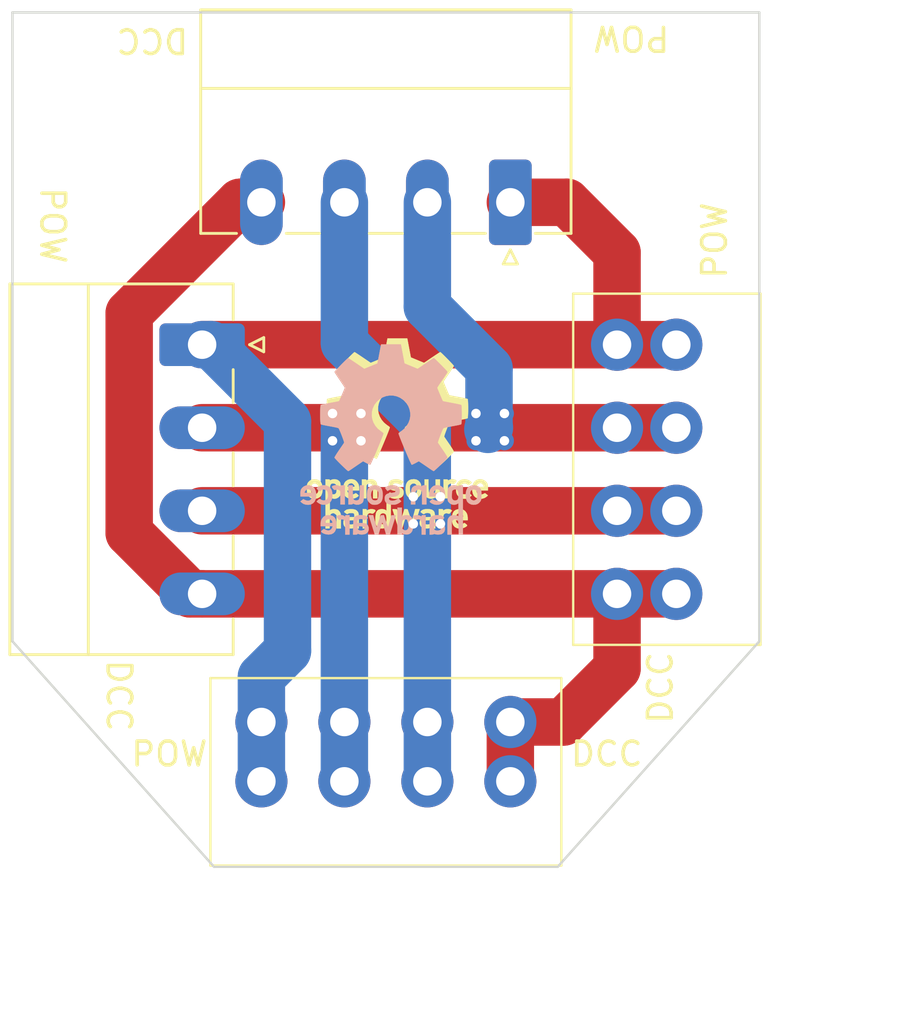
<source format=kicad_pcb>
(kicad_pcb (version 20240108) (generator "pcbnew") (generator_version "8.0")
  (layers (0 "F.Cu" signal) (31 "B.Cu" signal) (34 "B.Paste" user) (35 "F.Paste" user) (36 "B.SilkS" user "B.Silkscreen") (37 "F.SilkS" user "F.Silkscreen") (38 "B.Mask" user) (39 "F.Mask" user) (44 "Edge.Cuts" user))
  (net 0 "")
  (net 1 "Net-(J101-Pin_4)")
  (net 2 "Net-(J101-Pin_1)")
  (net 3 "Net-(J101-Pin_3)")
  (net 4 "Net-(J101-Pin_2)")
  (footprint "Connector_Phoenix_MC:PhoenixContact_MC_1,5_4-G-3.5_1x04_P3.50mm_Horizontal" (layer "F.Cu") (at 157 114.5 -90)
    (property "Reference" "J101" (hide yes))
    (property "Value" "FEMALE")
    (pad "1" thru_hole roundrect (at 0 0 270) (size 1.8 3.6) (drill 1.2) (layers "*.Cu" "*.Mask") (roundrect_rratio 0.138889) (net 2 "Net-(J101-Pin_1)"))
    (pad "2" thru_hole oval (at 3.5 0 270) (size 1.8 3.6) (drill 1.2) (layers "*.Cu" "*.Mask") (net 4 "Net-(J101-Pin_2)"))
    (pad "3" thru_hole oval (at 7 0 270) (size 1.8 3.6) (drill 1.2) (layers "*.Cu" "*.Mask") (net 3 "Net-(J101-Pin_3)"))
    (pad "4" thru_hole oval (at 10.5 0 270) (size 1.8 3.6) (drill 1.2) (layers "*.Cu" "*.Mask") (net 1 "Net-(J101-Pin_4)"))
  )
  (footprint "Symbol:OSHW-Logo_7.5x8mm_SilkScreen" (layer "F.Cu") (at 165.227 118.237)
    (property "Reference" "REF**" (hide yes))
    (property "Value" "OSHW-Logo_7.5x8mm_SilkScreen" (hide yes))
  )
  (footprint "custom_kicad_lib_sk:connector_3.50mm_4P horizontal_MALE" (layer "F.Cu") (at 164.75 130.4)
    (property "Reference" "J103" (hide yes))
    (property "Value" "MALE" (hide yes))
    (pad "1" thru_hole circle (at -5.25 0) (size 2.2 2.2) (drill 1.2) (layers "*.Cu" "*.Mask") (net 2 "Net-(J101-Pin_1)"))
    (pad "1" thru_hole circle (at -5.25 2.5) (size 2.2 2.2) (drill 1.2) (layers "*.Cu" "*.Mask") (net 2 "Net-(J101-Pin_1)"))
    (pad "2" thru_hole circle (at -1.75 0) (size 2.2 2.2) (drill 1.2) (layers "*.Cu" "*.Mask") (net 4 "Net-(J101-Pin_2)"))
    (pad "2" thru_hole circle (at -1.75 2.5) (size 2.2 2.2) (drill 1.2) (layers "*.Cu" "*.Mask") (net 4 "Net-(J101-Pin_2)"))
    (pad "3" thru_hole circle (at 1.75 0) (size 2.2 2.2) (drill 1.2) (layers "*.Cu" "*.Mask") (net 3 "Net-(J101-Pin_3)"))
    (pad "3" thru_hole circle (at 1.75 2.5) (size 2.2 2.2) (drill 1.2) (layers "*.Cu" "*.Mask") (net 3 "Net-(J101-Pin_3)"))
    (pad "4" thru_hole circle (at 5.25 0) (size 2.2 2.2) (drill 1.2) (layers "*.Cu" "*.Mask") (net 1 "Net-(J101-Pin_4)"))
    (pad "4" thru_hole circle (at 5.25 2.5) (size 2.2 2.2) (drill 1.2) (layers "*.Cu" "*.Mask") (net 1 "Net-(J101-Pin_4)"))
  )
  (footprint "custom_kicad_lib_sk:connector_3.50mm_4P horizontal_MALE" (layer "F.Cu") (at 174.5 119.75 90)
    (property "Reference" "J104" (hide yes))
    (property "Value" "MALE" (hide yes))
    (pad "1" thru_hole circle (at -5.25 0 90) (size 2.2 2.2) (drill 1.2) (layers "*.Cu" "*.Mask") (net 1 "Net-(J101-Pin_4)"))
    (pad "1" thru_hole circle (at -5.25 2.5 90) (size 2.2 2.2) (drill 1.2) (layers "*.Cu" "*.Mask") (net 1 "Net-(J101-Pin_4)"))
    (pad "2" thru_hole circle (at -1.75 0 90) (size 2.2 2.2) (drill 1.2) (layers "*.Cu" "*.Mask") (net 3 "Net-(J101-Pin_3)"))
    (pad "2" thru_hole circle (at -1.75 2.5 90) (size 2.2 2.2) (drill 1.2) (layers "*.Cu" "*.Mask") (net 3 "Net-(J101-Pin_3)"))
    (pad "3" thru_hole circle (at 1.75 0 90) (size 2.2 2.2) (drill 1.2) (layers "*.Cu" "*.Mask") (net 4 "Net-(J101-Pin_2)"))
    (pad "3" thru_hole circle (at 1.75 2.5 90) (size 2.2 2.2) (drill 1.2) (layers "*.Cu" "*.Mask") (net 4 "Net-(J101-Pin_2)"))
    (pad "4" thru_hole circle (at 5.25 0 90) (size 2.2 2.2) (drill 1.2) (layers "*.Cu" "*.Mask") (net 2 "Net-(J101-Pin_1)"))
    (pad "4" thru_hole circle (at 5.25 2.5 90) (size 2.2 2.2) (drill 1.2) (layers "*.Cu" "*.Mask") (net 2 "Net-(J101-Pin_1)"))
  )
  (footprint "MountingHole:MountingHole_3.2mm_M3" (layer "F.Cu") (at 152.5 104)
    (property "Reference" "REF**" (hide yes))
    (property "Value" "MountingHole_3.2mm_M3")
    (pad "" np_thru_hole circle (at 0 0) (size 3.2 3.2) (drill 3.2) (layers "*.Cu" "*.Mask"))
  )
  (footprint "MountingHole:MountingHole_3.2mm_M3" (layer "F.Cu") (at 177 104)
    (property "Reference" "REF**" (hide yes))
    (property "Value" "MountingHole_3.2mm_M3")
    (pad "" np_thru_hole circle (at 0 0) (size 3.2 3.2) (drill 3.2) (layers "F&B.Cu" "*.Mask"))
  )
  (footprint "Connector_Phoenix_MC:PhoenixContact_MC_1,5_4-G-3.5_1x04_P3.50mm_Horizontal" (layer "F.Cu") (at 170 108.5 180)
    (property "Reference" "J102" (hide yes))
    (property "Value" "FEMALE")
    (pad "1" thru_hole roundrect (at 0 0 180) (size 1.8 3.6) (drill 1.2) (layers "*.Cu" "*.Mask") (roundrect_rratio 0.138889) (net 2 "Net-(J101-Pin_1)"))
    (pad "2" thru_hole oval (at 3.5 0 180) (size 1.8 3.6) (drill 1.2) (layers "*.Cu" "*.Mask") (net 4 "Net-(J101-Pin_2)"))
    (pad "3" thru_hole oval (at 7 0 180) (size 1.8 3.6) (drill 1.2) (layers "*.Cu" "*.Mask") (net 3 "Net-(J101-Pin_3)"))
    (pad "4" thru_hole oval (at 10.5 0 180) (size 1.8 3.6) (drill 1.2) (layers "*.Cu" "*.Mask") (net 1 "Net-(J101-Pin_4)"))
  )
  (footprint "Symbol:OSHW-Logo_7.5x8mm_SilkScreen" (layer "B.Cu") (at 164.973 118.491 180)
    (property "Reference" "REF**" (hide yes))
    (property "Value" "OSHW-Logo_7.5x8mm_SilkScreen" (hide yes))
  )
  (gr_line (start 180.5 127) (end 172 136.5) (stroke (width 0.1)) (layer "Edge.Cuts"))
  (gr_line (start 149 127) (end 149 100.5) (stroke (width 0.1)) (layer "Edge.Cuts"))
  (gr_line (start 157.5 136.5) (end 149 127) (stroke (width 0.1)) (layer "Edge.Cuts"))
  (gr_line (start 172 136.5) (end 157.5 136.5) (stroke (width 0.1)) (layer "Edge.Cuts"))
  (gr_line (start 180.5 127) (end 180.5 100.5) (stroke (width 0.1)) (layer "Edge.Cuts"))
  (gr_line (start 149 100.5) (end 180.5 100.5) (stroke (width 0.1)) (layer "Edge.Cuts"))
  (gr_text "POW" (at 175.1 101 180) (layer "F.SilkS") (effects (font (size 1 1)) (justify bottom)))
  (gr_text "DCC" (at 152.908 129.286 270) (layer "F.SilkS") (effects (font (size 1 1)) (justify bottom)))
  (gr_text "POW" (at 153.924 132.334 0) (layer "F.SilkS") (effects (font (size 1 1)) (justify left bottom)))
  (gr_text "DCC" (at 172.466 132.334 0) (layer "F.SilkS") (effects (font (size 1 1)) (justify left bottom)))
  (gr_text "DCC" (at 154.9 101.1 180) (layer "F.SilkS") (effects (font (size 1 1)) (justify bottom)))
  (gr_text "POW" (at 179.197 110.109 90) (layer "F.SilkS") (effects (font (size 1 1)) (justify bottom)))
  (gr_text "DCC" (at 176.911 130.556 90) (layer "F.SilkS") (effects (font (size 1 1)) (justify left bottom)))
  (gr_text "POW" (at 150.114 109.474 -90) (layer "F.SilkS") (effects (font (size 1 1)) (justify bottom)))
  (segment (start 153.924 113.176) (end 153.924 122.428) (width 2) (layer "F.Cu") (net 1))
  (segment (start 153.924 122.428) (end 156.496 125) (width 2) (layer "F.Cu") (net 1))
  (segment (start 170 132.9) (end 170 130.4) (width 2) (layer "F.Cu") (net 1))
  (segment (start 172.241 130.4) (end 174.5 128.141) (width 2) (layer "F.Cu") (net 1))
  (segment (start 170 130.4) (end 172.241 130.4) (width 2) (layer "F.Cu") (net 1))
  (segment (start 177 125) (end 157 125) (width 2) (layer "F.Cu") (net 1))
  (segment (start 159.5 108.5) (end 158.6 108.5) (width 2) (layer "F.Cu") (net 1))
  (segment (start 174.5 128.141) (end 174.5 125) (width 2) (layer "F.Cu") (net 1))
  (segment (start 156.496 125) (end 157 125) (width 2) (layer "F.Cu") (net 1))
  (segment (start 158.6 108.5) (end 153.924 113.176) (width 2) (layer "F.Cu") (net 1))
  (segment (start 174.5 110.619) (end 172.381 108.5) (width 2) (layer "F.Cu") (net 2))
  (segment (start 174.5 114.5) (end 174.5 110.619) (width 2) (layer "F.Cu") (net 2))
  (segment (start 157 114.5) (end 177 114.5) (width 2) (layer "F.Cu") (net 2))
  (segment (start 172.381 108.5) (end 170 108.5) (width 2) (layer "F.Cu") (net 2))
  (segment (start 160.599999 117.730151) (end 157.369848 114.5) (width 2) (layer "B.Cu") (net 2))
  (segment (start 159.5 132.9) (end 159.5 130.4) (width 2) (layer "B.Cu") (net 2))
  (segment (start 160.599999 127.4) (end 160.599999 117.730151) (width 2) (layer "B.Cu") (net 2))
  (segment (start 159.5 130.4) (end 159.5 128.499999) (width 2) (layer "B.Cu") (net 2))
  (segment (start 157.369848 114.5) (end 157 114.5) (width 2) (layer "B.Cu") (net 2))
  (segment (start 159.5 128.499999) (end 160.599999 127.4) (width 2) (layer "B.Cu") (net 2))
  (segment (start 157 121.5) (end 177 121.5) (width 2) (layer "F.Cu") (net 3))
  (via (at 165.907 122.05) (size 0.8) (drill 0.4) (layers "F.Cu" "B.Cu") (net 3))
  (via (at 167.05 120.907) (size 0.8) (drill 0.4) (layers "F.Cu" "B.Cu") (net 3))
  (via (at 165.907 120.907) (size 0.8) (drill 0.4) (layers "F.Cu" "B.Cu") (net 3))
  (via (at 167.05 122.05) (size 0.8) (drill 0.4) (layers "F.Cu" "B.Cu") (net 3))
  (segment (start 166.5 132.9) (end 166.5 121.542) (width 2) (layer "B.Cu") (net 3))
  (segment (start 163 114.437258) (end 163 108.5) (width 2) (layer "B.Cu") (net 3))
  (segment (start 166.5 121.542) (end 166.497 121.539) (width 2) (layer "B.Cu") (net 3))
  (segment (start 166.497 117.934258) (end 163 114.437258) (width 2) (layer "B.Cu") (net 3))
  (segment (start 166.497 121.539) (end 166.497 117.934258) (width 2) (layer "B.Cu") (net 3))
  (segment (start 163.068 118) (end 157 118) (width 2) (layer "F.Cu") (net 4))
  (segment (start 177 118) (end 163.068 118) (width 2) (layer "F.Cu") (net 4))
  (via (at 163.7 118.55) (size 0.8) (drill 0.4) (layers "F.Cu" "B.Cu") (net 4))
  (via (at 163.7 117.4) (size 0.8) (drill 0.4) (layers "F.Cu" "B.Cu") (net 4))
  (via (at 162.5 117.4) (size 0.8) (drill 0.4) (layers "F.Cu" "B.Cu") (net 4))
  (via (at 162.5 118.55) (size 0.8) (drill 0.4) (layers "F.Cu" "B.Cu") (net 4))
  (via (at 169.75 117.4) (size 0.8) (drill 0.4) (layers "F.Cu" "B.Cu") (net 4))
  (via (at 168.55 117.4) (size 0.8) (drill 0.4) (layers "F.Cu" "B.Cu") (net 4))
  (via (at 168.55 118.55) (size 0.8) (drill 0.4) (layers "F.Cu" "B.Cu") (net 4))
  (via (at 169.75 118.55) (size 0.8) (drill 0.4) (layers "F.Cu" "B.Cu") (net 4))
  (segment (start 163 118.068) (end 163 132.9) (width 2) (layer "B.Cu") (net 4))
  (segment (start 166.5 108.5) (end 166.5 112.9) (width 2) (layer "B.Cu") (net 4))
  (segment (start 169.1 115.5) (end 169.1 118) (width 2) (layer "B.Cu") (net 4))
  (segment (start 163.068 118) (end 163 118.068) (width 2) (layer "B.Cu") (net 4))
  (segment (start 169.118 118) (end 169.05 118.068) (width 2) (layer "B.Cu") (net 4))
  (segment (start 166.5 112.9) (end 169.1 115.5) (width 2) (layer "B.Cu") (net 4))
)
</source>
